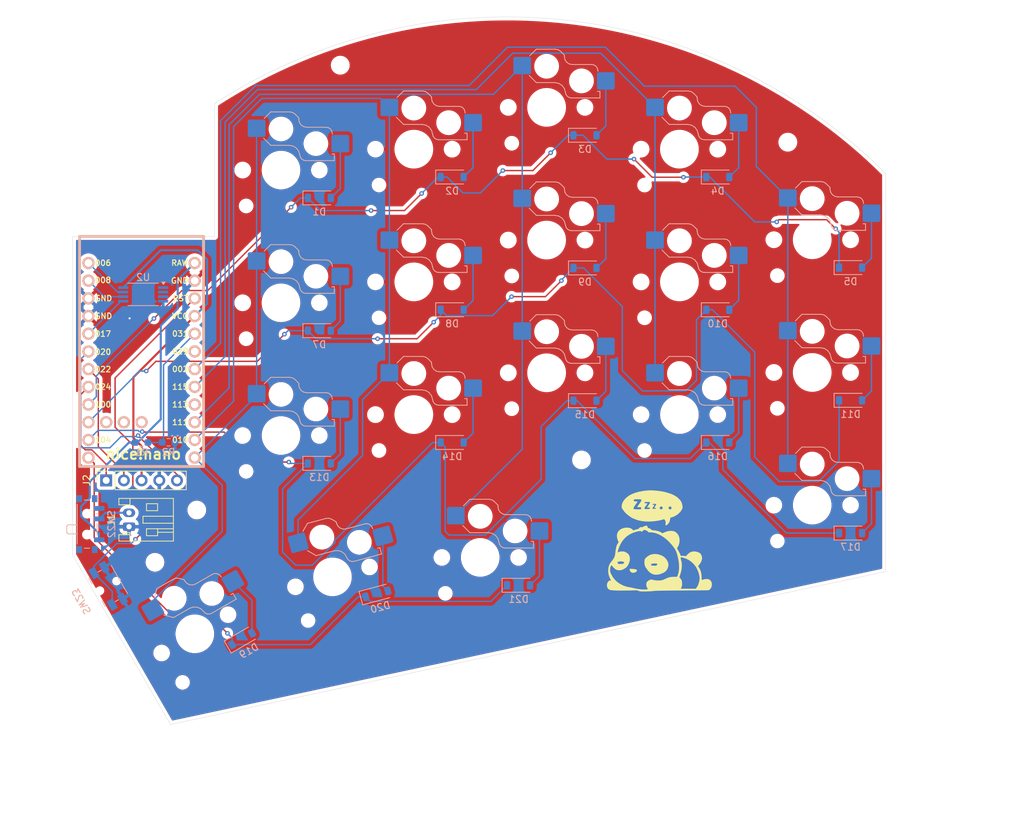
<source format=kicad_pcb>
(kicad_pcb (version 20240108) (generator "pcbnew") (generator_version "8.0")
  (layers (0 "F.Cu" signal) (31 "B.Cu" signal) (34 "B.Paste" user) (35 "F.Paste" user) (36 "B.SilkS" user "B.Silkscreen") (37 "F.SilkS" user "F.Silkscreen") (38 "B.Mask" user) (39 "F.Mask" user) (44 "Edge.Cuts" user))
  (net 0 "")
  (net 1 "/ROW0")
  (net 2 "Net-(D1-A)")
  (net 3 "Net-(D2-A)")
  (net 4 "Net-(D3-A)")
  (net 5 "Net-(D4-A)")
  (net 6 "Net-(D5-A)")
  (net 7 "Net-(D7-A)")
  (net 8 "/ROW1")
  (net 9 "Net-(D8-A)")
  (net 10 "Net-(D9-A)")
  (net 11 "Net-(D10-A)")
  (net 12 "Net-(D11-A)")
  (net 13 "/ROW2")
  (net 14 "Net-(D13-A)")
  (net 15 "Net-(D14-A)")
  (net 16 "Net-(D15-A)")
  (net 17 "Net-(D16-A)")
  (net 18 "Net-(D17-A)")
  (net 19 "/ROW3")
  (net 20 "Net-(D19-A)")
  (net 21 "Net-(D20-A)")
  (net 22 "Net-(D21-A)")
  (net 23 "+BATT")
  (net 24 "GND")
  (net 25 "/MOSI")
  (net 26 "/CS")
  (net 27 "/SCK")
  (net 28 "+3.3V")
  (net 29 "/BAT_SENSE")
  (net 30 "/BAT")
  (net 31 "/COL0")
  (net 32 "/COL1")
  (net 33 "/COL2")
  (net 34 "/COL3")
  (net 35 "/COL4")
  (net 37 "/RST")
  (net 39 "/WC")
  (net 40 "/SCL")
  (net 42 "/SDA")
  (footprint "PCM_Switch_Keyboard_Hotswap_Kailh:SW_Hotswap_Kailh_Choc_V1V2_1.1" (layer "F.Cu") (at 240.87 127.22)
    (property "Reference" "SW11" (hide yes))
    (property "Value" "SW_Push")
  )
  (footprint "PCM_Switch_Keyboard_Hotswap_Kailh:SW_Hotswap_Kailh_Choc_V1V2_1.1" (layer "F.Cu") (at 172.0542 156.5598 15)
    (property "Reference" "SW20" (hide yes))
    (property "Value" "SW_Push")
  )
  (footprint "MountingHole:MountingHole_2.2mm_M2" (layer "F.Cu") (at 237.37 94.17)
    (property "Reference" "H5" (hide yes))
    (property "Value" "MountingHole")
  )
  (footprint "MountingHole:MountingHole_2.2mm_M2" (layer "F.Cu") (at 152.59 146.965)
    (property "Reference" "H1" (hide yes))
    (property "Value" "MountingHole")
  )
  (footprint "PCM_Switch_Keyboard_Hotswap_Kailh:SW_Hotswap_Kailh_Choc_V1V2_1.1" (layer "F.Cu") (at 152.3075 164.7392 30)
    (property "Reference" "SW19" (hide yes))
    (property "Value" "SW_Push")
  )
  (footprint "PCM_Switch_Keyboard_Hotswap_Kailh:SW_Hotswap_Kailh_Choc_V1V2_1.1" (layer "F.Cu") (at 221.82 95.17)
    (property "Reference" "SW4" (hide yes))
    (property "Value" "SW_Push")
  )
  (footprint "PCM_Switch_Keyboard_Hotswap_Kailh:SW_Hotswap_Kailh_Choc_V1V2_1.1" (layer "F.Cu") (at 240.87 146.27)
    (property "Reference" "SW17" (hide yes))
    (property "Value" "SW_Push")
  )
  (footprint "PCM_Switch_Keyboard_Hotswap_Kailh:SW_Hotswap_Kailh_Choc_V1V2_1.1" (layer "F.Cu") (at 183.72 133.27)
    (property "Reference" "SW14" (hide yes))
    (property "Value" "SW_Push")
  )
  (footprint "MountingHole:MountingHole_2.2mm_M2" (layer "F.Cu") (at 146.59 154.465)
    (property "Reference" "H2" (hide yes))
    (property "Value" "MountingHole")
  )
  (footprint "PCM_Switch_Keyboard_Hotswap_Kailh:SW_Hotswap_Kailh_Choc_V1V2_1.1" (layer "F.Cu") (at 164.67 98.17)
    (property "Reference" "SW1" (hide yes))
    (property "Value" "SW_Push")
  )
  (footprint "PCM_Switch_Keyboard_Hotswap_Kailh:SW_Hotswap_Kailh_Choc_V1V2_1.1" (layer "F.Cu") (at 193.245 153.77)
    (property "Reference" "SW21" (hide yes))
    (property "Value" "SW_Push")
  )
  (footprint "MountingHole:MountingHole_2.2mm_M2" (layer "F.Cu") (at 207.77 139.77)
    (property "Reference" "H4" (hide yes))
    (property "Value" "MountingHole")
  )
  (footprint "PCM_Switch_Keyboard_Hotswap_Kailh:SW_Hotswap_Kailh_Choc_V1V2_1.1" (layer "F.Cu") (at 221.82 133.27)
    (property "Reference" "SW16" (hide yes))
    (property "Value" "SW_Push")
  )
  (footprint "pictures:panda" (layer "F.Cu") (at 218.82 151.27)
    (property "Reference" "G***" (hide yes))
    (property "Value" "LOGO" (hide yes))
  )
  (footprint "Connector_PinSocket_2.54mm:PinSocket_1x05_P2.54mm_Vertical" (layer "F.Cu") (at 139.59 142.715 90)
    (property "Reference" "J2")
    (property "Value" "Conn_01x05")
  )
  (footprint "PCM_Switch_Keyboard_Hotswap_Kailh:SW_Hotswap_Kailh_Choc_V1V2_1.1" (layer "F.Cu") (at 240.87 108.17)
    (property "Reference" "SW5" (hide yes))
    (property "Value" "SW_Push")
  )
  (footprint "MountingHole:MountingHole_2.2mm_M2" (layer "F.Cu") (at 173.17 83.12)
    (property "Reference" "H3" (hide yes))
    (property "Value" "MountingHole")
  )
  (footprint "PCM_Switch_Keyboard_Hotswap_Kailh:SW_Hotswap_Kailh_Choc_V1V2_1.1" (layer "F.Cu") (at 164.67 136.27)
    (property "Reference" "SW13" (hide yes))
    (property "Value" "SW_Push")
  )
  (footprint "PCM_Switch_Keyboard_Hotswap_Kailh:SW_Hotswap_Kailh_Choc_V1V2_1.1" (layer "F.Cu") (at 164.67 117.22)
    (property "Reference" "SW7" (hide yes))
    (property "Value" "SW_Push")
  )
  (footprint "PCM_Switch_Keyboard_Hotswap_Kailh:SW_Hotswap_Kailh_Choc_V1V2_1.1" (layer "F.Cu") (at 221.82 114.22)
    (property "Reference" "SW10" (hide yes))
    (property "Value" "SW_Push")
  )
  (footprint "PCM_Switch_Keyboard_Hotswap_Kailh:SW_Hotswap_Kailh_Choc_V1V2_1.1" (layer "F.Cu") (at 202.77 127.27)
    (property "Reference" "SW15" (hide yes))
    (property "Value" "SW_Push")
  )
  (footprint "PCM_Switch_Keyboard_Hotswap_Kailh:SW_Hotswap_Kailh_Choc_V1V2_1.1" (layer "F.Cu") (at 202.77 108.22)
    (property "Reference" "SW9" (hide yes))
    (property "Value" "SW_Push")
  )
  (footprint "controller:nice_nano" (layer "F.Cu") (at 144.67 125.475 -90)
    (property "Reference" "U1" (hide yes))
    (property "Value" "nice_nano" (hide yes))
  )
  (footprint "Connector_JST:JST_PH_S2B-PH-K_1x02_P2.00mm_Horizontal" (layer "F.Cu") (at 142.87 149.36 90)
    (property "Reference" "J1")
    (property "Value" "Conn_01x02")
  )
  (footprint "PCM_Switch_Keyboard_Hotswap_Kailh:SW_Hotswap_Kailh_Choc_V1V2_1.1" (layer "F.Cu") (at 202.77 89.17)
    (property "Reference" "SW3" (hide yes))
    (property "Value" "SW_Push")
  )
  (footprint "PCM_Switch_Keyboard_Hotswap_Kailh:SW_Hotswap_Kailh_Choc_V1V2_1.1" (layer "F.Cu") (at 183.72 114.22)
    (property "Reference" "SW8" (hide yes))
    (property "Value" "SW_Push")
  )
  (footprint "PCM_Switch_Keyboard_Hotswap_Kailh:SW_Hotswap_Kailh_Choc_V1V2_1.1" (layer "F.Cu") (at 183.72 95.17)
    (property "Reference" "SW2" (hide yes))
    (property "Value" "SW_Push")
  )
  (footprint "Diode_SMD:D_SOD-123" (layer "B.Cu") (at 189.22 118.22)
    (property "Reference" "D8")
    (property "Value" "D_Small")
  )
  (footprint "Diode_SMD:D_SOD-123" (layer "B.Cu") (at 170.17 121.22)
    (property "Reference" "D7")
    (property "Value" "D_Small")
  )
  (footprint "Diode_SMD:D_SOD-123" (layer "B.Cu") (at 170.17 140.27)
    (property "Reference" "D13")
    (property "Value" "D_Small")
  )
  (footprint "Diode_SMD:D_SOD-123" (layer "B.Cu") (at 208.27 131.27)
    (property "Reference" "D15")
    (property "Value" "D_Small")
  )
  (footprint "Diode_SMD:D_SOD-123" (layer "B.Cu") (at 246.37 131.22)
    (property "Reference" "D11")
    (property "Value" "D_Small")
  )
  (footprint "Diode_SMD:D_SOD-123" (layer "B.Cu") (at 227.32 118.22)
    (property "Reference" "D10")
    (property "Value" "D_Small")
  )
  (footprint "Diode_SMD:D_SOD-123" (layer "B.Cu") (at 208.27 93.17)
    (property "Reference" "D3")
    (property "Value" "D_Small")
  )
  (footprint "Diode_SMD:D_SOD-123" (layer "B.Cu") (at 189.22 99.17)
    (property "Reference" "D2")
    (property "Value" "D_Small")
  )
  (footprint "Button_Switch_SMD:SW_SPDT_PCM12" (layer "B.Cu") (at 137.165 148.99 90)
    (property "Reference" "SW22")
    (property "Value" "SW_SPDT")
  )
  (footprint "Diode_SMD:D_SOD-123" (layer "B.Cu") (at 198.745 157.77)
    (property "Reference" "D21")
    (property "Value" "D_Small")
  )
  (footprint "Diode_SMD:D_SOD-123" (layer "B.Cu") (at 246.37 150.27)
    (property "Reference" "D17")
    (property "Value" "D_Small")
  )
  (footprint "Diode_SMD:D_SOD-123" (layer "B.Cu") (at 170.17 102.17)
    (property "Reference" "D1")
    (property "Value" "D_Small")
  )
  (footprint "Diode_SMD:D_SOD-123" (layer "B.Cu") (at 178.4021 159 15)
    (property "Reference" "D20")
    (property "Value" "D_Small")
  )
  (footprint "Resistor_SMD:R_0603_1608Metric_Pad0.98x0.95mm_HandSolder" (layer "B.Cu") (at 144.67 137.27)
    (property "Reference" "R1")
    (property "Value" "1M")
  )
  (footprint "Package_SO:TSSOP-8_4.4x3mm_P0.65mm" (layer "B.Cu") (at 144.9 116.015 180)
    (property "Reference" "U2")
    (property "Value" "24LC256")
  )
  (footprint "Diode_SMD:D_SOD-123" (layer "B.Cu") (at 227.32 137.27)
    (property "Reference" "D16")
    (property "Value" "D_Small")
  )
  (footprint "Diode_SMD:D_SOD-123" (layer "B.Cu") (at 227.32 99.17)
    (property "Reference" "D4")
    (property "Value" "D_Small")
  )
  (footprint "Diode_SMD:D_SOD-123" (layer "B.Cu") (at 246.37 112.17)
    (property "Reference" "D5")
    (property "Value" "D_Small")
  )
  (footprint "Button_Switch_SMD:Panasonic_EVQPUL_EVQPUC" (layer "B.Cu") (at 139.879215 157.8575 -60)
    (property "Reference" "SW23")
    (property "Value" "SW_Push")
  )
  (footprint "Diode_SMD:D_SOD-123" (layer "B.Cu") (at 159.0706 165.4533 30)
    (property "Reference" "D19")
    (property "Value" "D_Small")
  )
  (footprint "Resistor_SMD:R_0603_1608Metric_Pad0.98x0.95mm_HandSolder" (layer "B.Cu") (at 148.54 137.24)
    (property "Reference" "R2")
    (property "Value" "100K")
  )
  (footprint "Diode_SMD:D_SOD-123" (layer "B.Cu") (at 189.22 137.27)
    (property "Reference" "D14")
    (property "Value" "D_Small")
  )
  (footprint "Diode_SMD:D_SOD-123" (layer "B.Cu") (at 208.27 112.22)
    (property "Reference" "D9")
    (property "Value" "D_Small")
  )
  (gr_line (start 148.815199 177.747561) (end 134.77 153.420562) (stroke (width 0.05)) (layer "Edge.Cuts"))
  (gr_arc (start 155.135 88.645) (mid 205.035593 76.601273) (end 251.395 98.645) (stroke (width 0.05)) (layer "Edge.Cuts"))
  (gr_line (start 251.395 98.645) (end 251.395 155.795) (stroke (width 0.05)) (layer "Edge.Cuts"))
  (gr_line (start 148.815199 177.747561) (end 251.395 155.795) (stroke (width 0.05)) (layer "Edge.Cuts"))
  (gr_line (start 155.135 107.695) (end 155.135 88.645) (stroke (width 0.05)) (layer "Edge.Cuts"))
  (gr_line (start 155.135 107.695) (end 134.77 107.695) (stroke (width 0.05)) (layer "Edge.Cuts"))
  (gr_line (start 134.77 107.695) (end 134.77 153.420562) (stroke (width 0.05)) (layer "Edge.Cuts"))
  (segment (start 196.48 98.24) (end 200.8 98.24) (width 0.2) (layer "F.Cu") (net 1))
  (segment (start 182.39 103.98) (end 184.84 101.53) (width 0.2) (layer "F.Cu") (net 1))
  (segment (start 177.59 103.98) (end 182.39 103.98) (width 0.2) (layer "F.Cu") (net 1))
  (segment (start 200.8 98.24) (end 203.35 95.69) (width 0.2) (layer "F.Cu") (net 1))
  (segment (start 146.44 119.48) (end 150.4613 115.4587) (width 0.2) (layer "F.Cu") (net 1))
  (segment (start 244.24 106.6) (end 244.26 106.62) (width 0.2) (layer "F.Cu") (net 1))
  (segment (start 217.91 99.2) (end 222.4 99.2) (width 0.2) (layer "F.Cu") (net 1))
  (segment (start 242.935 105.295) (end 244.24 106.6) (width 0.2) (layer "F.Cu") (net 1))
  (segment (start 150.4613 115.4587) (end 154.1613 115.4587) (width 0.2) (layer "F.Cu") (net 1))
  (segment (start 236.095 105.295) (end 242.935 105.295) (width 0.2) (layer "F.Cu") (net 1))
  (segment (start 215.3 96.59) (end 217.91 99.2) (width 0.2) (layer "F.Cu") (net 1))
  (segment (start 235.78 105.61) (end 236.095 105.295) (width 0.2) (layer "F.Cu") (net 1))
  (segment (start 154.1613 115.4587) (end 166.12 103.5) (width 0.2) (layer "F.Cu") (net 1))
  (via (at 244.24 106.6) (size 0.65) (drill 0.3) (layers "F.Cu" "B.Cu") (net 1))
  (via (at 222.4 99.2) (size 0.65) (drill 0.3) (layers "F.Cu" "B.Cu") (net 1))
  (via (at 146.44 119.48) (size 0.65) (drill 0.3) (layers "F.Cu" "B.Cu") (net 1))
  (via (at 203.35 95.69) (size 0.65) (drill 0.3) (layers "F.Cu" "B.Cu") (net 1))
  (via (at 177.59 103.98) (size 0.65) (drill 0.3) (layers "F.Cu" "B.Cu") (net 1))
  (via (at 184.84 101.53) (size 0.65) (drill 0.3) (layers "F.Cu" "B.Cu") (net 1))
  (via (at 235.78 105.61) (size 0.65) (drill 0.3) (layers "F.Cu" "B.Cu") (net 1))
  (via (at 166.12 103.5) (size 0.65) (drill 0.3) (layers "F.Cu" "B.Cu") (net 1))
  (via (at 196.48 98.24) (size 0.65) (drill 0.3) (layers "F.Cu" "B.Cu") (net 1))
  (via (at 215.3 96.59) (size 0.65) (drill 0.3) (layers "F.Cu" "B.Cu") (net 1))
  (segment (start 196.48 98.24) (end 196.65 98.07) (width 0.2) (layer "B.Cu") (net 1))
  (segment (start 207.99 93.17) (end 211.41 96.59) (width 0.2) (layer "B.Cu") (net 1))
  (segment (start 203.35 95.69) (end 205.87 93.17) (width 0.2) (layer "B.Cu") (net 1))
  (segment (start 190.77 101.45) (end 193.27 101.45) (width 0.2) (layer "B.Cu") (net 1))
  (segment (start 167.45 102.17) (end 168.52 102.17) (width 0.2) (layer "B.Cu") (net 1))
  (segment (start 177.59 103.98) (end 177.65 103.98) (width 0.2) (layer "B.Cu") (net 1))
  (segment (start 193.27 101.45) (end 196.48 98.24) (width 0.2) (layer "B.Cu") (net 1))
  (segment (start 138.1763 130.6987) (end 138.1763 127.7237) (width 0.2) (layer "B.Cu") (net 1))
  (segment (start 229.31 102.29) (end 232.63 105.61) (width 0.2) (layer "B.Cu") (net 1))
  (segment (start 187.57 99.17) (end 188.49 99.17) (width 0.2) (layer "B.Cu") (net 1))
  (segment (start 138.1763 127.7237) (end 146.42 119.48) (width 0.2) (layer "B.Cu") (net 1))
  (segment (start 206.62 93.17) (end 207.99 93.17) (width 0.2) (layer "B.Cu") (net 1))
  (segment (start 222.4 99.2) (end 222.43 99.17) (width 0.2) (layer "B.Cu") (net 1))
  (segment (start 170.33 103.98) (end 177.59 103.98) (width 0.2) (layer "B.Cu") (net 1))
  (segment (start 225.67 99.17) (end 226.19 99.17) (width 0.2) (layer "B.Cu") (net 1))
  (segment (start 244.24 106.6) (end 244.72 107.08) (width 0.2) (layer "B.Cu") (net 1))
  (segment (start 188.49 99.17) (end 190.77 101.45) (width 0.2) (layer "B.Cu") (net 1))
  (segment (start 146.42 119.48) (end 146.44 119.48) (width 0.2) (layer "B.Cu") (net 1))
  (segment (start 184.84 101.53) (end 187.2 99.17) (width 0.2) (layer "B.Cu") (net 1))
  (segment (start 146.44 119.46) (end 146.4 119.5) (width 0.2) (layer "B.Cu") (net 1))
  (segment (start 205.87 93.17) (end 206.62 93.17) (width 0.2) (layer "B.Cu") (net 1))
  (segment (start 146.44 119.48) (end 146.44 119.46) (width 0.2) (layer "B.Cu") (net 1))
  (segment (start 226.19 99.17) (end 229.31 102.29) (width 0.2) (layer "B.Cu") (net 1))
  (segment (start 187.2 99.17) (end 187.57 99.17) (width 0.2) (layer "B.Cu") (net 1))
  (segment (start 222.43 99.17) (end 225.67 99.17) (width 0.2) (layer "B.Cu") (net 1))
  (segment (start 211.41 96.59) (end 215.3 96.59) (width 0.2) (layer "B.Cu") (net 1))
  (segment (start 168.52 102.17) (end 170.33 103.98) (width 0.2) (layer "B.Cu") (net 1))
  (segment (start 244.72 107.08) (end 244.72 112.17) (width 0.2) (layer "B.Cu") (net 1))
  (segment (start 166.12 103.5) (end 167.45 102.17) (width 0.2) (layer "B.Cu") (net 1))
  (segment (start 137.05 131.825) (end 138.1763 130.6987) (width 0.2) (layer "B.Cu") (net 1))
  (segment (start 232.63 105.61) (end 235.78 105.61) (width 0.2) (layer "B.Cu") (net 1))
  (segment (start 173.17 100.82) (end 171.82 102.17) (width 0.2) (layer "B.Cu") (net 2))
  (segment (start 173.17 94.37) (end 173.17 100.82) (width 0.2) (layer "B.Cu") (net 2))
  (segment (start 192.22 97.82) (end 190.87 99.17) (width 0.2) (layer "B.Cu") (net 3))
  (segment (start 192.22 91.37) (end 192.22 97.82) (width 0.2) (layer "B.Cu") (net 3))
  (segment (start 211.27 85.37) (end 211.27 91.82) (width 0.2) (layer "B.Cu") (net 4))
  (segment (start 211.27 91.82) (end 209.92 93.17) (width 0.2) (layer "B.Cu") (net 4))
  (segment (start 230.32 91.37) (end 230.32 97.82) (width 0.2) (layer "B.Cu") (net 5))
  (segment (start 230.32 97.82) (end 228.97 99.17) (width 0.2) (layer "B.Cu") (net 5))
  (segment (start 249.37 104.37) (end 249.37 110.82) (width 0.2) (layer "B.Cu") (net 6))
  (segment (start 249.37 110.82) (end 248.02 112.17) (width 0.2) (layer "B.Cu") (net 6))
  (segment (start 173.17 113.42) (end 173.17 119.87) (width 0.2) (layer "B.Cu") (net 7))
  (segment (start 173.17 119.87) (end 171.82 121.22) (width 0.2) (layer "B.Cu") (net 7))
  (segment (start 178.52 122.38) (end 184.19 122.38) (width 0.2) (layer "F.Cu") (net 8))
  (segment (start 146.7313 125.6187) (end 161.2713 125.6187) (width 0.2) (layer "F.Cu") (net 8))
  (segment (start 186.57 120) (end 186.63 119.94) (width 0.2) (layer "F.Cu") (net 8))
  (segment (start 184.19 122.38) (end 186.57 120) (width 0.2) (layer "F.Cu") (net 8))
  (segment (start 145.34 127.01) (end 146.7313 125.6187) (width 0.2) (layer "F.Cu") (net 8))
  (segment (start 197.74 116.34) (end 202.6 116.34) (width 0.2) (layer "F.Cu") (net 8))
  (segment (start 161.2713 125.6187) (end 165.16 121.73) (width 0.2) (layer "F.Cu") (net 8))
  (segment (start 202.6 116.34) (end 204.89 114.05) (width 0.2) (layer "F.Cu") (net 8))
  (via (at 165.16 121.73) (size 0.65) (drill 0.3) (layers "F.Cu" "B.Cu") (net 8))
  (via (at 186.57 120) (size 0.65) (drill 0.3) (layers "F.Cu" "B.Cu") (net 8))
  (via (at 145.34 127.01) (size 0.65) (drill 0.3) (layers "F.Cu" "B.Cu") (net 8))
  (via (at 197.74 116.34) (size 0.65) (drill 0.3) (layers "F.Cu" "B.Cu") (net 8))
  (via (at 204.89 114.05) (size 0.65) (drill 0.3) (layers "F.Cu" "B.Cu") (net 8))
  (via (at 178.52 122.38) (size 0.65) (drill 0.3) (layers "F.Cu" "B.Cu") (net 8))
  (segment (start 206.62 112.22) (end 208.08 112.22) (width 0.2) (layer "B.Cu") (net 8))
  (segment (start 208.08 112.22) (end 213.62 117.76) (width 0.2) (layer "B.Cu") (net 8))
  (segment (start 204.89 113.95) (end 206.62 112.22) (width 0.2) (layer "B.Cu") (net 8))
  (segment (start 187.57 118.22) (end 188.42 119.07) (width 0.2) (layer "B.Cu") (net 8))
  (segment (start 213.62 126.96) (end 216.535 129.875) (width 0.2) (layer "B.Cu") (net 8))
  (segment (start 236.14 142.87) (end 241.78 142.87) (width 0.2) (layer "B.Cu") (net 8))
  (segment (start 165.16 121.73) (end 165.67 121.22) (width 0.2) (layer "B.Cu") (net 8))
  (segment (start 241.78 142.87) (end 244.72 139.93) (width 0.2) (layer "B.Cu") (net 8))
  (segment (start 224.27 128.35) (end 224.27 119.62) (width 0.2) (layer "B.Cu") (net 8))
  (segment (start 216.535 129.875) (end 222.745 129.875) (width 0.2) (layer "B.Cu") (net 8))
  (segment (start 226.55 118.22) (end 232.62 124.29) (width 0.2) (layer "B.Cu") (net 8))
  (segment (start 225.67 118.22) (end 226.55 118.22) (width 0.2) (layer "B.Cu") (net 8))
  (segment (start 188.42 119.07) (end 195.01 119.07) (width 0.2) (layer "B.Cu") (net 8))
  (segment (start 197.74 116.34) (end 197.77 116.31) (width 0.2) (layer "B.Cu") (net 8))
  (segment (start 204.89 114.05) (end 204.89 113.95) (width 0.2) (layer "B.Cu") (net 8))
  (segment (start 165.67 121.22) (end 168.52 121.22) (width 0.2) (layer "B.Cu") (net 8))
  (segment (start 244.72 139.93) (end 244.72 131.22) (width 0.2) (layer "B.Cu") (net 8))
  (segment (start 232.62 124.29) (end 232.62 139.35) (width 0.2) (layer "B.Cu") (net 8))
  (segment (start 232.62 139.35) (end 236.14 142.87) (width 0.2) (layer "B.Cu") (net 8))
  (segment (start 195.01 119.07) (end 197.74 116.34) (width 0.2) (layer "B.Cu") (net 8))
  (segment (start 186.57 120) (end 187.57 119) (width 0.2) (layer "B.Cu") (net 8))
  (segment (start 144.405 127.01) (end 145.34 127.01) (width 0.2) (layer "B.Cu") (net 8))
  (segment (start 169.68 122.38) (end 178.52 122.38) (width 0.2) (layer "B.Cu") (net 8))
  (segment (start 187.57 119) (end 187.57 118.22) (width 0.2) (layer "B.Cu") (net 8))
  (segment (start 137.05 134.365) (end 144.405 127.01) (width 0.2) (layer "B.Cu") (net 8))
  (segment (start 224.27 119.62) (end 225.67 118.22) (width 0.2) (layer "B.Cu") (net 8))
  (segment (start 178.52 122.38) (end 178.55 122.38) (width 0.2) (layer "B.Cu") (net 8))
  (segment (start 168.52 121.22) (end 169.68 122.38) (width 0.2) (layer "B.Cu") (net 8))
  (segment (start 222.745 129.875) (end 224.27 128.35) (width 0.2) (layer "B.Cu") (net 8))
  (segment (start 213.62 117.76) (end 213.62 126.96) (width 0.2) (layer "B.Cu") (net 8))
  (segment (start 192.22 110.42) (end 192.22 116.87) (width 0.2) (layer "B.Cu") (net 9))
  (segment (start 192.22 116.87) (end 190.87 118.22) (width 0.2) (layer "B.Cu") (net 9))
  (segment (start 211.27 110.87) (end 209.92 112.22) (width 0.2) (layer "B.Cu") (net 10))
  (segment (start 211.27 104.42) (end 211.27 110.87) (width 0.2) (layer "B.Cu") (net 10))
  (segment (start 230.32 110.42) (end 230.32 116.87) (width 0.2) (layer "B.Cu") (net 11))
  (segment (start 230.32 116.87) (end 228.97 118.22) (width 0.2) (layer "B.Cu") (net 11))
  (segment (start 249.37 129.87) (end 248.02 131.22) (width 0.2) (layer "B.Cu") (net 12))
  (segment (start 249.37 123.42) (end 249.37 129.87) (width 0.2) (layer "B.Cu") (net 12))
  (segment (start 160.8 140.08) (end 165.79 140.08) (width 0.2) (layer "F.Cu") (net 13))
  (segment (start 144.828571 135.7787) (end 156.4987 135.7787) (width 0.2) (layer "F.Cu") (net 13))
  (segment (start 156.4987 135.7787) (end 160.8 140.08) (width 0.2) (layer "F.Cu") (net 13))
  (segment (start 144.762972 135.713101) (end 144.828571 135.7787) (width 0.2) (layer "F.Cu") (net 13))
  (via (at 165.79 140.08) (size 0.65) (drill 0.3) (layers "F.Cu" "B.Cu") (net 13))
  (via (at 144.762972 135.713101) (size 0.65) (drill 0.3) (layers "F.Cu" "B.Cu") (net 13))
  (segment (start 165.79 140.08) (end 165.98 140.27) (width 0.2) (layer "B.Cu") (net 13))
  (segment (start 188.76 150.56) (end 193.97 150.56) (width 0.2) (layer "B.Cu") (net 13))
  (segment (start 144.762972 135.713101) (end 144.331785 135.713101) (width 0.2) (layer "B.Cu") (net 13))
  (segment (start 164.9 143.89) (end 164.9 153.01) (width 0.2) (layer "B.Cu") (net 13))
  (segment (start 206.62 131.27) (end 207.13 131.27) (width 0.2) (layer "B.Cu") (net 13))
  (segment (start 228.05 139.24) (end 228.05 141.16) (width 0.2) (layer "B.Cu") (net 13))
  (segment (start 201.98 134.98) (end 205.69 131.27) (width 0.2) (layer "B.Cu") (net 13))
  (segment (start 205.69 131.27) (end 206.62 131.27) (width 0.2) (layer "B.Cu") (net 13))
  (segment (start 188.22 137.92) (end 188.22 150.02) (width 0.2) (layer "B.Cu") (net 13))
  (segment (start 225.67 137.27) (end 226.08 137.27) (width 0.2) (layer "B.Cu") (net 13))
  (segment (start 172.402168 151.287832) (end 186.42 137.27) (width 0.2) (layer "B.Cu") (net 13))
  (segment (start 187.57 137.27) (end 188.22 137.92) (width 0.2) (layer "B.Cu") (net 13))
  (segment (start 201.98 142.55) (end 201.98 134.98) (width 0.2) (layer "B.Cu") (net 13))
  (segment (start 188.22 150.02) (end 188.76 150.56) (width 0.2) (layer "B.Cu") (net 13))
  (segment (start 215.43 139.57) (end 223.37 139.57) (width 0.2) (layer "B.Cu") (net 13))
  (segment (start 223.37 139.57) (end 225.67 137.27) (width 0.2) (layer "B.Cu") (net 13))
  (segment (start 168.52 140.27) (end 164.9 143.89) (width 0.2) (layer "B.Cu") (net 13))
  (segment (start 226.08 137.27) (end 228.05 139.24) (width 0.2) (layer "B.Cu") (net 13))
  (segment (start 138.425 135.53) (end 137.05 136.905) (width 0.2) (layer "B.Cu") (net 13))
  (segment (start 193.97 150.56) (end 201.98 142.55) (width 0.2) (layer "B.Cu") (net 13))
  (segment (start 169.159656 154.88) (end 172.402168 151.637488) (width 0.2) (layer "B.Cu") (net 13))
  (segment (start 172.402168 151.637488) (end 172.402168 151.287832) (width 0.2) (layer "B.Cu") (net 13))
  (segment (start 237.16 150.27) (end 244.72 150.27) (width 0.2) (layer "B.Cu") (net 13))
  (segment (start 166.77 154.88) (end 169.159656 154.88) (width 0.2) (layer "B.Cu") (net 13))
  (segment (start 144.148684 135.53) (end 138.425 135.53) (width 0.2) (layer "B.Cu") (net 13))
  (segment (start 207.13 131.27) (end 215.43 139.57) (width 0.2) (layer "B.Cu") (net 13))
  (segment (start 186.42 137.27) (end 187.57 137.27) (width 0.2) (layer "B.Cu") (net 13))
  (segment (start 165.98 140.27) (end 168.52 140.27) (width 0.2) (layer "B.Cu") (net 13))
  (segment (start 164.9 153.01) (end 166.77 154.88) (width 0.2) (layer "B.Cu") (net 13))
  (segment (start 228.05 141.16) (end 237.16 150.27) (width 0.2) (layer "B.Cu") (net 13))
  (segment (start 144.331785 135.713101) (end 144.148684 135.53) (width 0.2) (layer "B.Cu") (net 13))
  (segment (start 173.17 132.47) (end 173.17 138.92) (width 0.2) (layer "B.Cu") (net 14))
  (segment (start 173.17 138.92) (end 171.82 140.27) (width 0.2) (layer "B.Cu") (net 14))
  (segment (start 192.22 135.92) (end 190.87 137.27) (width 0.2) (layer "B.Cu") (net 15))
  (segment (start 192.22 129.47) (end 192.22 135.92) (width 0.2) (layer "B.Cu") (net 15))
  (segment (start 211.27 123.47) (end 211.27 129.92) (width 0.2) (layer "B.Cu") (net 16))
  (segment (start 211.27 129.92) (end 209.92 131.27) (width 0.2) (layer "B.Cu") (net 16))
  (segment (start 230.32 135.92) (end 228.97 137.27) (width 0.2) (layer "B.Cu") (net 17))
  (segment (start 230.32 129.47) (end 230.32 135.92) (width 0.2) (layer "B.Cu") (net 17))
  (segment (start 249.37 148.92) (end 248.02 150.27) (width 0.2) (layer "B.Cu") (net 18))
  (segment (start 249.37 142.47) (end 249.37 148.92) (width 0.2) (layer "B.Cu") (net 18))
  (segment (start 148.45465 161.50465) (end 137.87 150.92) (width 0.2) (layer "F.Cu") (net 19))
  (segment (start 156.985 164.655) (end 153.83465 161.50465) (width 0.2) (layer "F.Cu") (net 19))
  (segment (start 153.83465 161.50465) (end 148.45465 161.50465) (width 0.2) (layer "F.Cu") (net 19))
  (segment (start 137.87 140.265) (end 137.05 139.445) (width 0.2) (layer "F.Cu") (net 19))
  (segment (start 137.87 150.92) (end 137.87 140.265) (width 0.2) (layer "F.Cu") (net 19))
  (via (at 156.985 164.655) (size 0.65) (drill 0.3) (layers "F.Cu" "B.Cu") (net 19))
  (segment (start 157.641658 166.2783) (end 157.641658 165.311658) (width 0.2) (layer "B.Cu") (net 19))
  (segment (start 194.785 160.08) (end 177.461272 160.08) (width 0.2) (layer "B.Cu") (net 19))
  (segment (start 156.985 164.655) (end 156.94 164.61) (width 0.2) (layer "B.Cu") (net 19))
  (segment (start 176.808322 159.42705) (end 175.73295 159.42705) (width 0.2) (layer "B.Cu") (net 19))
  (segment (start 197.095 157.77) (end 194.785 160.08) (width 0.2) (layer "B.Cu") (net 19))
  (segment (start 177.461272 160.08) (end 176.808322 159.42705) (width 0.2) (layer "B.Cu") (net 19))
  (segment (start 168.8817 166.2783) (end 157.641658 166.2783) (width 0.2) (layer "B.Cu") (net 19))
  (segment (start 175.73295 159.42705) (end 168.8817 166.2783) (width 0.2) (layer "B.Cu") (net 19))
  (segment (start 157.641658 165.311658) (end 156.985 164.655) (width 0.2) (layer "B.Cu") (net 19))
  (segment (start 157.768716 157.198303) (end 160.499542 159.929129) (width 0.2) (layer "B.Cu") (net 20))
  (segment (start 160.499542 159.929129) (end 160.499542 164.6283) (width 0.2) (layer "B.Cu") (net 20))
  (segment (start 179.281057 150.68932) (end 179.281057 157.858129) (width 0.2) (layer "B.Cu") (net 21))
  (segment (start 179.281057 157.858129) (end 179.995878 158.57295) (width 0.2) (layer "B.Cu") (net 21))
  (segment (start 201.745 156.42) (end 200.395 157.77) (width 0.2) (layer "B.Cu") (net 22))
  (segment (start 201.745 149.97) (end 201.745 156.42) (width 0.2) (layer "B.Cu") (net 22))
  (segment (start 142.87 147.36) (end 139.475 147.36) (width 0.3) (layer "B.Cu") (net 23))
  (segment (start 139.475 147.36) (end 138.595 148.24) (width 0.3) (layer "B.Cu") (net 23))
  (via (at 142.95 119.45) (size 0.65) (drill 0.3) (layers "F.Cu" "B.Cu") (net 24))
  (segment (start 135.9237 137.658929) (end 136.583471 138.3187) (width 0.2) (layer "F.Cu") (net 25))
  (segment (start 137.516529 138.3187) (end 139.59 140.392171) (width 0.2) (layer "F.Cu") (net 25))
  (segment (start 135.9237 130.4113) (end 135.9237 137.658929) (width 0.2) (layer "F.Cu") (net 25))
  (segment (start 137.05 129.285) (end 135.9237 130.4113) (width 0.2) (layer "F.Cu") (net 25))
  (segment (start 136.583471 138.3187) (end 137.516529 138.3187) (width 0.2) (layer "F.Cu") (net 25))
  (segment (start 139.59 140.392171) (end 139.59 142.715) (width 0.2) (layer "F.Cu") (net 25))
  (segment (start 149.75 141.87) (end 149.75 142.715) (width 0.2) (layer "F.Cu") (net 26))
  (segment (start 144.17 136.29) (end 149.75 141.87) (width 0.2) (layer "F.Cu") (net 26))
  (via (at 144.17 136.29) (size 0.65) (drill 0.3) (layers "F.Cu" "B.Cu") (net 26))
  (segment (start 137.05 124.205) (end 135.9237 125.3313) (width 0.2) (layer "B.Cu") (net 26))
  (segment (start 136.1713 138.0313) (end 140.1187 138.0313) (width 0.2) (layer "B.Cu") (net 26))
  (segment (start 144.04 136.42) (end 144.17 136.29) (width 0.2) (layer "B.Cu") (net 26))
  (segment (start 135.9237 125.3313) (end 135.9237 137.7837) (width 0.2) (layer "B.Cu") (net 26))
  (segment (start 141.73 136.42) (end 144.04 136.42) (width 0.2) (layer "B.Cu") (net 26))
  (segment (start 140.1187 138.0313) (end 141.73 136.42) (width 0.2) (layer "B.Cu") (net 26))
  (segment (start 135.9237 137.7837) (end 136.1713 138.0313) (width 0.2) (layer "B.Cu") (net 26))
  (segment (start 144.17 136.29) (end 144.2 136.26) (width 0.2) (layer "B.Cu") (net 26))
  (segment (start 137.05 126.745) (end 138.4637 128.1587) (width 0.2) (layer "F.Cu") (net 27))
  (segment (start 138.4637 128.1587) (end 138.4637 137.846619) (width 0.2) (layer "F.Cu") (net 27))
  (segment (start 138.4637 137.846619) (end 142.13 141.512919) (width 0.2) (layer "F.Cu") (net 27))
  (segment (start 142.13 141.512919) (end 142.13 142.715) (width 0.2) (layer "F.Cu") (net 27))
  (segment (start 143.4937 136.6137) (end 144.67 137.79) (width 0.3) (layer "F.Cu") (net 28))
  (segment (start 144.67 137.79) (end 144.67 142.715) (width 0.3) (layer "F.Cu") (net 28))
  (segment (start 143.4937 127.9213) (end 143.4937 136.6137) (width 0.3) (layer "F.Cu") (net 28))
  (segment (start 152.29 119.125) (end 143.4937 127.9213) (width 0.3) (layer "F.Cu") (net 28))
  (segment (start 154.05 110.99) (end 152.73 109.67) (width 0.3) (layer "B.Cu") (net 28))
  (segment (start 152.73 109.67) (end 147.4075 109.67) (width 0.3) (layer "B.Cu") (net 28))
  (segment (start 154.05 117.365) (end 154.05 110.99) (width 0.3) (layer "B.Cu") (net 28))
  (segment (start 152.29 119.125) (end 154.05 117.365) (width 0.3) (layer "B.Cu") (net 28))
  (segment (start 147.4075 109.67) (end 142.0375 115.04) (width 0.3) (layer "B.Cu") (net 28))
  (segment (start 145.5825 137.27) (end 147.5975 137.27) (width 0.2) (layer "B.Cu") (net 29))
  (segment (start 147.82 126.135) (end 152.29 121.665) (width 0.2) (layer "B.Cu") (net 29))
  (segment (start 147.6275 137.24) (end 147.82 137.0475) (width 0.2) (layer "B.Cu") (net 29))
  (segment (start 147.5975 137.27) (end 147.6275 137.24) (width 0.2) (layer "B.Cu") (net 29))
  (segment (start 147.82 137.0475) (end 147.82 126.135) (width 0.2) (layer "B.Cu") (net 29))
  (segment (start 138.595 151.24) (end 138.545 151.29) (width 0.2) (layer "B.Cu") (net 30))
  (segment (start 147.42 133.939957) (end 147.42 120.48) (width 0.3) (layer "B.Cu") (net 30))
  (segment (start 149.85 118.05) (end 149.85 113.945) (width 0.3) (layer "B.Cu") (net 30))
  (segment (start 138.545 150.305) (end 136.74 148.5) (width 0.3) (layer "B.Cu") (net 30))
  (segment (start 143.7575 137.27) (end 144.13 137.27) (width 0.2) (layer "B.Cu") (net 30))
  (segment (start 137.245 142.885) (end 142.86 137.27) (width 0.3) (layer "B.Cu") (net 30))
  (segment (start 136.74 148.5) (end 136.642918 148.5) (width 0.3) (layer "B.Cu") (net 30))
  (segment (start 147.42 120.48) (end 149.85 118.05) (width 0.3) (layer "B.Cu") (net 30))
  (segment (start 142.86 137.27) (end 143.7575 137.27) (width 0.3) (layer "B.Cu") (net 30))
  (segment (start 138.545 151.29) (end 138.545 150.305) (width 0.3) (layer "B.Cu") (net 30))
  (segment (start 135.985 147.842082) (end 135.985 146.445) (width 0.3) (layer "B.Cu") (net 30))
  (segment (start 136.642918 148.5) (end 135.985 147.842082) (width 0.3) (layer "B.Cu") (net 30))
  (segment (start 135.985 146.445) (end 137.245 145.185) (width 0.3) (layer "B.Cu") (net 30))
  (segment (start 142.86 137.27) (end 144.089957 137.27) (width 0.3) (layer "B.Cu") (net 30))
  (segment (start 137.245 145.185) (end 137.245 142.885) (width 0.3) (layer "B.Cu") (net 30))
  (segment (start 149.85 113.945) (end 152.29 111.505) (width 0.3) (layer "B.Cu") (net 30))
  (segment (start 144.089957 137.27) (end 147.42 133.939957) (width 0.3) (layer "B.Cu") (net 30))
  (segment (start 146.276411 159.993589) (end 156.23 150.04) (width 0.2) (layer "B.Cu") (net 31))
  (segment (start 156.23 150.04) (end 156.23 143.385) (width 0.2) (layer "B.Cu") (net 31))
  (segment (start 156.23 143.385) (end 152.29 139.445) (width 0.2) (layer "B.Cu") (net 31))
  (segment (start 146.276411 161.293048) (end 146.276411 159.993589) (width 0.2) (layer "B.Cu") (net 31))
  (segment (start 161.17 130.27) (end 161.17 111.22) (width 0.2) (layer "B.Cu") (net 31))
  (segment (start 161.17 111.22) (end 161.17 92.17) (width 0.2) (layer "B.Cu") (net 31))
  (segment (start 152.29 139.445) (end 161.17 130.565) (width 0.2) (layer "B.Cu") (net 31))
  (segment (start 161.17 130.565) (end 161.17 130.27) (width 0.2) (layer "B.Cu") (net 31))
  (segment (start 152.29 139.445) (end 152.3775 139.3575) (width 0.2) (layer "B.Cu") (net 31))
  (segment (start 180.22 127.27) (end 176.37 131.12) (width 0.2) (layer "B.Cu") (net 32))
  (segment (start 180.22 108.22) (end 180.22 127.27) (width 0.2) (layer "B.Cu") (net 32))
  (segment (start 157.87 131.325) (end 157.87 91.94) (width 0.2) (layer "B.Cu") (net 32))
  (segment (start 152.29 136.905) (end 157.87 131.325) (width 0.2) (layer "B.Cu") (net 32))
  (segment (start 167.120545 148.393109) (end 167.120545 151.670112) (width 0.2) (layer "B.Cu") (net 32))
  (segment (start 176.37 139.143654) (end 167.120545 148.393109) (width 0.2) (layer "B.Cu") (net 32))
  (segment (start 176.37 131.12) (end 176.37 139.143654) (width 0.2) (layer "B.Cu") (net 32))
  (segment (start 178.94 87.89) (end 180.22 89.17) (width 0.2) (layer "B.Cu") (net 32))
  (segment (start 180.22 89.17) (end 180.22 108.22) (width 0.2) (layer "B.Cu") (net 32))
  (segment (start 161.92 87.89) (end 178.94 87.89) (width 0.2) (layer "B.Cu") (net 32))
  (segment (start 157.87 91.94) (end 161.92 87.89) (width 0.2) (layer "B.Cu") (net 32))
  (segment (start 199.27 83.17) (end 199.27 102.22) (width 0.2) (layer "B.Cu") (net 33))
  (segment (start 152.29 134.365) (end 157.22 129.435) (width 0.2) (layer "B.Cu") (net 33))
  (segment (start 157.22 91.67) (end 161.6 87.29) (width 0.2) (layer "B.Cu") (net 33))
  (segment (start 157.22 129.435) (end 157.22 91.67) (width 0.2) (layer "B.Cu") (net 33))
  (segment (start 199.27 102.22) (end 199.27 121.27) (width 0.2) (layer "B.Cu") (net 33))
  (segment (start 199.27 121.27) (end 199.27 138.245) (width 0.2) (layer "B.Cu") (net 33))
  (segment (start 195.15 87.29) (end 199.27 83.17) (width 0.2) (layer "B.Cu") (net 33))
  (segment (start 161.6 87.29) (end 195.15 87.29) (width 0.2) (layer "B.Cu") (net 33))
  (segment (start 199.27 138.245) (end 189.745 147.77) (width 0.2) (layer "B.Cu") (net 33))
  (segment (start 218.32 108.22) (end 218.32 127.27) (width 0.2) (layer "B.Cu") (net 34))
  (segment (start 197.905 81.395) (end 210.545 81.395) (width 0.2) (layer "B.Cu") (net 34))
  (segment (start 210.545 81.395) (end 218.32 89.17) (width 0.2) (layer "B.Cu") (net 34))
  (segment (start 161.32 86.61) (end 192.69 86.61) (width 0.2) (layer "B.Cu") (net 34))
  (segment (start 218.32 89.17) (end 218.32 108.22) (width 0.2) (layer "B.Cu") (net 34))
  (segment (start 192.69 86.61) (end 197.905 81.395) (width 0.2) (layer "B.Cu") (net 34))
  (segment (start 156.65 124.925) (end 156.65 91.28) (width 0.2) (layer "B.Cu") (net 34))
  (segment (start 152.29 129.285) (end 156.65 124.925) (width 0.2) (layer "B.Cu") (net 34))
  (segment (start 156.65 91.28) (end 161.32 86.61) (width 0.2) (layer "B.Cu") (net 34))
  (segment (start 232.85 89.16) (end 232.85 97.65) (width 0.2) (layer "B.Cu") (net 35))
  (segment (start 237.37 102.17) (end 237.37 121.22) (width 0.2) (layer "B.Cu") (net 35))
  (segment (start 197.15 80.53) (end 211.2 80.53) (width 0.2) (layer "B.Cu") (net 35))
  (segment (start 229.81 86.12) (end 232.85 89.16) (width 0.2) (layer "B.Cu") (net 35))
  (segment (start 156 91.08) (end 161.05 86.03) (width 0.2) (layer "B.Cu") (net 35))
  (segment (start 216.79 86.12) (end 229.81 86.12) (width 0.2) (layer "B.Cu") (net 35))
  (segment (start 152.29 126.745) (end 156 123.035) (width 0.2) (layer "B.Cu") (net 35))
  (segment (start 156 123.035) (end 156 91.08) (width 0.2) (layer "B.Cu") (net 35))
  (segment (start 191.65 86.03) (end 197.15 80.53) (width 0.2) (layer "B.Cu") (net 35))
  (segment (start 237.37 121.22) (end 237.37 140.27) (width 0.2) (layer "B.Cu") (net 35))
  (segment (start 232.85 97.65) (end 237.37 102.17) (width 0.2) (layer "B.Cu") (net 35))
  (segment (start 161.05 86.03) (end 191.65 86.03) (width 0.2) (layer "B.Cu") (net 35))
  (segment (start 211.2 80.53) (end 216.79 86.12) (width 0.2) (layer "B.Cu") (net 35))
  (segment (start 144.49 150.46) (end 144.49 147.11) (width 0.2) (layer "F.Cu") (net 37))
  (segment (start 144.49 147.11) (end 143.42 146.04) (width 0.2) (layer "F.Cu") (net 37))
  (segment (start 143.79 151.16) (end 144.49 150.46) (width 0.2) (layer "F.Cu") (net 37))
  (segment (start 143.42 137.64) (end 140.87 135.09) (width 0.2) (layer "F.Cu") (net 37))
  (segment (start 140.87 128.005) (end 152.29 116.585) (width 0.2) (layer "F.Cu") (net 37))
  (segment (start 143.42 146.04) (end 143.42 137.64) (width 0.2) (layer "F.Cu") (net 37))
  (segment (start 152.29 117.3) (end 152.29 116.585) (width 0.2) (layer "F.Cu") (net 37))
  (segment (start 140.87 135.09) (end 140.87 128.005) (width 0.2) (layer "F.Cu") (net 37))
  (via (at 143.79 151.16) (size 0.65) (drill 0.3) (layers "F.Cu" "B.Cu") (net 37))
  (segment (start 137.830593 155.03619) (end 137.830593 156.009183) (width 0.2) (layer "B.Cu") (net 37))
  (segment (start 140.455593 158.634183) (end 137.830593 156.009183) (width 0.2) (layer "B.Cu") (net 37))
  (segment (start 143.79 151.16) (end 143.18 151.77) (width 0.2) (layer "B.Cu") (net 37))
  (segment (start 143.18 151.77) (end 141.096783 151.77) (width 0.2) (layer "B.Cu") (net 37))
  (segment (start 141.096783 151.77) (end 137.830593 155.03619) (width 0.2) (layer "B.Cu") (net 37))
  (segment (start 140.455593 160.555817) (end 140.455593 158.634183) (width 0.2) (layer "B.Cu") (net 37))
  (segment (start 141.235 115.69) (end 142.0375 115.69) (width 0.2) (layer "B.Cu") (net 39))
  (segment (start 137.05 111.505) (end 141.235 115.69) (width 0.2) (layer "B.Cu") (net 39))
  (segment (start 137.05 114.045) (end 139.345 116.34) (width 0.2) (layer "B.Cu") (net 40))
  (segment (start 139.345 116.34) (end 142.0375 116.34) (width 0.2) (layer "B.Cu") (net 40))
  (segment (start 141.725 116.99) (end 142.0375 116.99) (width 0.2) (layer "B.Cu") (net 42))
  (segment (start 137.05 121.665) (end 141.725 116.99) (width 0.2) (layer "B.Cu") (net 42))
  (zone (net 24) (net_name "GND") (layers "F&B.Cu") (connect_pads (clearance 0.5)) (min_thickness 0.25) (fill yes (thermal_gap 0.5) (thermal_bridge_width 0.5))
    (polygon (pts (xy 124.36 73.76) (xy 271.26 73.98) (xy 271.14 193.3) (xy 127.11 191.4)))
  )
)
</source>
